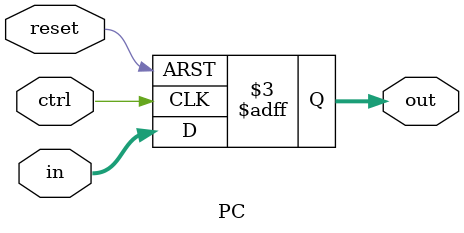
<source format=v>
`timescale 1ns / 1ps
module PC
#(parameter
	SIZE = 32	
)
(
	input wire ctrl,
	input wire reset,
	input wire [SIZE-1:0] in,

	output reg [SIZE-1:0] out
   );
	
	initial
		out = 0;
		
	always @(posedge ctrl, posedge reset)
	begin
		if (reset)
			out <= 0;
		else
			out <= in;
	end

endmodule

</source>
